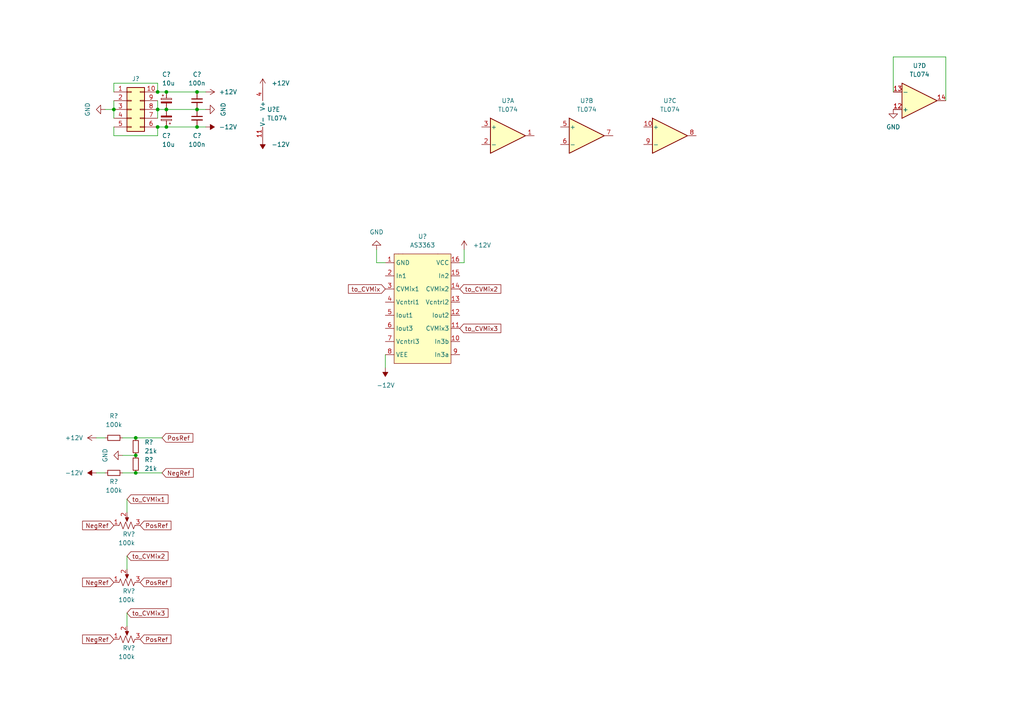
<source format=kicad_sch>
(kicad_sch (version 20211123) (generator eeschema)
  (paper "A4")
  (lib_symbols
    (symbol "Amplifier_Audio:AS3363"
      (property "Reference" "U" (at 0 0 0))
      (property "Value" "AS3363" (at 0 -2.54 0))
      (symbol "AS3363_0_1"
        (rectangle (start -7.62 -3.81) (end 8.89 -35.56) (fill (type background)))
        (rectangle (start -6.35 -3.81) (end -6.35 -3.81))
        (rectangle (start -5.08 -3.81) (end -5.08 -3.81))
        (rectangle (start 5.08 -3.81) (end 5.08 -3.81))
      )
      (symbol "AS3363_1_1"
        (pin input line (at -10.16 -6.35 0) (length 2.54) (name "GND") (number "1"))
        (pin input line (at 11.43 -29.21 180) (length 2.54) (name "In3b") (number "10"))
        (pin input line (at 11.43 -25.4 180) (length 2.54) (name "CVMix3") (number "11"))
        (pin input line (at 11.43 -21.59 180) (length 2.54) (name "Iout2") (number "12"))
        (pin input line (at 11.43 -17.78 180) (length 2.54) (name "Vcntrl2") (number "13"))
        (pin input line (at 11.43 -13.97 180) (length 2.54) (name "CVMix2") (number "14"))
        (pin input line (at 11.43 -10.16 180) (length 2.54) (name "In2") (number "15"))
        (pin input line (at 11.43 -6.35 180) (length 2.54) (name "VCC") (number "16"))
        (pin input line (at -10.16 -10.16 0) (length 2.54) (name "In1") (number "2"))
        (pin input line (at -10.16 -13.97 0) (length 2.54) (name "CVMix1") (number "3"))
        (pin input line (at -10.16 -17.78 0) (length 2.54) (name "Vcntrl1") (number "4"))
        (pin input line (at -10.16 -21.59 0) (length 2.54) (name "Iout1") (number "5"))
        (pin input line (at -10.16 -25.4 0) (length 2.54) (name "Iout3") (number "6"))
        (pin input line (at -10.16 -29.21 0) (length 2.54) (name "Vcntrl3") (number "7"))
        (pin input line (at -10.16 -33.02 0) (length 2.54) (name "VEE") (number "8"))
        (pin input line (at 11.43 -33.02 180) (length 2.54) (name "In3a") (number "9"))
      )
    )
    (symbol "Amplifier_Operational:TL074" (pin_names (offset 0.127))
      (property "Reference" "U" (at 0 5.08 0))
      (property "Value" "TL074" (at 0 -5.08 0))
      (symbol "TL074_1_1"
        (polyline (pts (xy -5.08 5.08) (xy 5.08 0) (xy -5.08 -5.08) (xy -5.08 5.08)) (stroke (width 0.254)) (fill (type background)))
        (pin output line (at 7.62 0 180) (length 2.54) (name "~") (number "1"))
        (pin input line (at -7.62 -2.54 0) (length 2.54) (name "-") (number "2"))
        (pin input line (at -7.62 2.54 0) (length 2.54) (name "+") (number "3"))
      )
      (symbol "TL074_2_1"
        (polyline (pts (xy -5.08 5.08) (xy 5.08 0) (xy -5.08 -5.08) (xy -5.08 5.08)) (stroke (width 0.254)) (fill (type background)))
        (pin input line (at -7.62 2.54 0) (length 2.54) (name "+") (number "5"))
        (pin input line (at -7.62 -2.54 0) (length 2.54) (name "-") (number "6"))
        (pin output line (at 7.62 0 180) (length 2.54) (name "~") (number "7"))
      )
      (symbol "TL074_3_1"
        (polyline (pts (xy -5.08 5.08) (xy 5.08 0) (xy -5.08 -5.08) (xy -5.08 5.08)) (stroke (width 0.254)) (fill (type background)))
        (pin input line (at -7.62 2.54 0) (length 2.54) (name "+") (number "10"))
        (pin output line (at 7.62 0 180) (length 2.54) (name "~") (number "8"))
        (pin input line (at -7.62 -2.54 0) (length 2.54) (name "-") (number "9"))
      )
      (symbol "TL074_4_1"
        (polyline (pts (xy -5.08 5.08) (xy 5.08 0) (xy -5.08 -5.08) (xy -5.08 5.08)) (stroke (width 0.254)) (fill (type background)))
        (pin input line (at -7.62 2.54 0) (length 2.54) (name "+") (number "12"))
        (pin input line (at -7.62 -2.54 0) (length 2.54) (name "-") (number "13"))
        (pin output line (at 7.62 0 180) (length 2.54) (name "~") (number "14"))
      )
      (symbol "TL074_5_1"
        (pin power_in line (at -2.54 -7.62 90) (length 3.81) (name "V-") (number "11"))
        (pin power_in line (at -2.54 7.62 270) (length 3.81) (name "V+") (number "4"))
      )
    )
    (symbol "Connector_Generic:Conn_02x05_Counter_Clockwise" (pin_names (offset 1.016) hide)
      (property "Reference" "J" (at 1.27 7.62 0))
      (property "Value" "Conn_02x05_Counter_Clockwise" (at 1.27 -7.62 0))
      (symbol "Conn_02x05_Counter_Clockwise_1_1"
        (rectangle (start -1.27 -4.953) (end 0 -5.207) (stroke (width 0.1524)))
        (rectangle (start -1.27 -2.413) (end 0 -2.667) (stroke (width 0.1524)))
        (rectangle (start -1.27 0.127) (end 0 -0.127) (stroke (width 0.1524)))
        (rectangle (start -1.27 2.667) (end 0 2.413) (stroke (width 0.1524)))
        (rectangle (start -1.27 5.207) (end 0 4.953) (stroke (width 0.1524)))
        (rectangle (start -1.27 6.35) (end 3.81 -6.35) (stroke (width 0.254)) (fill (type background)))
        (rectangle (start 3.81 -4.953) (end 2.54 -5.207) (stroke (width 0.1524)))
        (rectangle (start 3.81 -2.413) (end 2.54 -2.667) (stroke (width 0.1524)))
        (rectangle (start 3.81 0.127) (end 2.54 -0.127) (stroke (width 0.1524)))
        (rectangle (start 3.81 2.667) (end 2.54 2.413) (stroke (width 0.1524)))
        (rectangle (start 3.81 5.207) (end 2.54 4.953) (stroke (width 0.1524)))
        (pin passive line (at -5.08 5.08 0) (length 3.81) (name "Pin_1") (number "1"))
        (pin passive line (at 7.62 5.08 180) (length 3.81) (name "Pin_10") (number "10"))
        (pin passive line (at -5.08 2.54 0) (length 3.81) (name "Pin_2") (number "2"))
        (pin passive line (at -5.08 0 0) (length 3.81) (name "Pin_3") (number "3"))
        (pin passive line (at -5.08 -2.54 0) (length 3.81) (name "Pin_4") (number "4"))
        (pin passive line (at -5.08 -5.08 0) (length 3.81) (name "Pin_5") (number "5"))
        (pin passive line (at 7.62 -5.08 180) (length 3.81) (name "Pin_6") (number "6"))
        (pin passive line (at 7.62 -2.54 180) (length 3.81) (name "Pin_7") (number "7"))
        (pin passive line (at 7.62 0 180) (length 3.81) (name "Pin_8") (number "8"))
        (pin passive line (at 7.62 2.54 180) (length 3.81) (name "Pin_9") (number "9"))
      )
    )
    (symbol "Device:C_Polarized_Small" (pin_numbers hide) (pin_names (offset 0.254) hide)
      (property "Reference" "C" (at 0.254 1.778 0))
      (property "Value" "C_Polarized_Small" (at 0.254 -2.032 0))
      (symbol "C_Polarized_Small_0_1"
        (rectangle (start -1.524 -0.3048) (end 1.524 -0.6858) (fill (type outline)))
        (rectangle (start -1.524 0.6858) (end 1.524 0.3048))
        (polyline (pts (xy -1.27 1.524) (xy -0.762 1.524)))
        (polyline (pts (xy -1.016 1.27) (xy -1.016 1.778)))
      )
      (symbol "C_Polarized_Small_1_1"
        (pin passive line (at 0 2.54 270) (length 1.8542) (name "~") (number "1"))
        (pin passive line (at 0 -2.54 90) (length 1.8542) (name "~") (number "2"))
      )
    )
    (symbol "Device:C_Small" (pin_numbers hide) (pin_names (offset 0.254) hide)
      (property "Reference" "C" (at 0.254 1.778 0))
      (property "Value" "C_Small" (at 0.254 -2.032 0))
      (symbol "C_Small_0_1"
        (polyline (pts (xy -1.524 -0.508) (xy 1.524 -0.508)) (stroke (width 0.3302)))
        (polyline (pts (xy -1.524 0.508) (xy 1.524 0.508)) (stroke (width 0.3048)))
      )
      (symbol "C_Small_1_1"
        (pin passive line (at 0 2.54 270) (length 2.032) (name "~") (number "1"))
        (pin passive line (at 0 -2.54 90) (length 2.032) (name "~") (number "2"))
      )
    )
    (symbol "Device:R_Potentiometer_US" (pin_names (offset 1.016) hide)
      (property "Reference" "RV" (at -4.445 0 90))
      (property "Value" "R_Potentiometer_US" (at -2.54 0 90))
      (symbol "R_Potentiometer_US_0_1"
        (polyline (pts (xy 0 -2.286) (xy 0 -2.54)))
        (polyline (pts (xy 0 2.54) (xy 0 2.286)))
        (polyline (pts (xy 2.54 0) (xy 1.524 0)))
        (polyline (pts (xy 1.143 0) (xy 2.286 0.508) (xy 2.286 -0.508) (xy 1.143 0)) (fill (type outline)))
        (polyline (pts (xy 0 -0.762) (xy 1.016 -1.143) (xy 0 -1.524) (xy -1.016 -1.905) (xy 0 -2.286)))
        (polyline (pts (xy 0 0.762) (xy 1.016 0.381) (xy 0 0) (xy -1.016 -0.381) (xy 0 -0.762)))
        (polyline (pts (xy 0 2.286) (xy 1.016 1.905) (xy 0 1.524) (xy -1.016 1.143) (xy 0 0.762)))
      )
      (symbol "R_Potentiometer_US_1_1"
        (pin passive line (at 0 3.81 270) (length 1.27) (name "1") (number "1"))
        (pin passive line (at 3.81 0 180) (length 1.27) (name "2") (number "2"))
        (pin passive line (at 0 -3.81 90) (length 1.27) (name "3") (number "3"))
      )
    )
    (symbol "Device:R_Small" (pin_numbers hide) (pin_names (offset 0.254) hide)
      (property "Reference" "R" (at 0.762 0.508 0))
      (property "Value" "R_Small" (at 0.762 -1.016 0))
      (symbol "R_Small_0_1"
        (rectangle (start -0.762 1.778) (end 0.762 -1.778) (stroke (width 0.2032)))
      )
      (symbol "R_Small_1_1"
        (pin passive line (at 0 2.54 270) (length 0.762) (name "~") (number "1"))
        (pin passive line (at 0 -2.54 90) (length 0.762) (name "~") (number "2"))
      )
    )
    (symbol "power:+12V" (power) (pin_names (offset 0))
      (property "Value" "+12V" (at 0 3.556 0))
      (symbol "+12V_0_1"
        (polyline (pts (xy -0.762 1.27) (xy 0 2.54)))
        (polyline (pts (xy 0 0) (xy 0 2.54)))
        (polyline (pts (xy 0 2.54) (xy 0.762 1.27)))
      )
      (symbol "+12V_1_1"
        (pin power_in line (at 0 0 90) (length 0) hide (name "+12V") (number "1"))
      )
    )
    (symbol "power:-12V" (power) (pin_names (offset 0))
      (property "Value" "-12V" (at 0 3.81 0))
      (symbol "-12V_0_0"
        (pin power_in line (at 0 0 90) (length 0) hide (name "-12V") (number "1"))
      )
      (symbol "-12V_0_1"
        (polyline (pts (xy 0 0) (xy 0 1.27) (xy 0.762 1.27) (xy 0 2.54) (xy -0.762 1.27) (xy 0 1.27)) (fill (type outline)))
      )
    )
    (symbol "power:GND" (power) (pin_names (offset 0))
      (property "Value" "GND" (at 0 -3.81 0))
      (symbol "GND_0_1"
        (polyline (pts (xy 0 0) (xy 0 -1.27) (xy 1.27 -1.27) (xy 0 -2.54) (xy -1.27 -1.27) (xy 0 -1.27)))
      )
      (symbol "GND_1_1"
        (pin power_in line (at 0 0 270) (length 0) hide (name "GND") (number "1"))
      )
    )
  )
  (junction (at 57.15 36.83))
  (junction (at 45.72 36.83))
  (junction (at 57.15 26.67))
  (junction (at 57.15 31.75))
  (junction (at 45.72 31.75))
  (junction (at 48.26 36.83))
  (junction (at 45.72 26.67))
  (junction (at 39.37 127))
  (junction (at 39.37 137.16))
  (junction (at 33.02 31.75))
  (junction (at 39.37 132.08))
  (junction (at 48.26 26.67))
  (junction (at 48.26 31.75))
  (wire (pts (xy 33.02 24.13) (xy 45.72 24.13)))
  (wire (pts (xy 33.02 36.83) (xy 33.02 39.37)))
  (wire (pts (xy 45.72 24.13) (xy 45.72 26.67)))
  (wire (pts (xy 48.26 36.83) (xy 45.72 36.83)))
  (wire (pts (xy 109.22 76.2) (xy 111.76 76.2)))
  (wire (pts (xy 274.32 16.51) (xy 274.32 29.21)))
  (wire (pts (xy 45.72 29.21) (xy 45.72 31.75)))
  (wire (pts (xy 45.72 26.67) (xy 48.26 26.67)))
  (wire (pts (xy 134.62 76.2) (xy 133.35 76.2)))
  (wire (pts (xy 59.69 36.83) (xy 57.15 36.83)))
  (wire (pts (xy 35.56 137.16) (xy 39.37 137.16)))
  (wire (pts (xy 27.94 137.16) (xy 30.48 137.16)))
  (wire (pts (xy 35.56 132.08) (xy 39.37 132.08)))
  (wire (pts (xy 57.15 36.83) (xy 48.26 36.83)))
  (wire (pts (xy 259.08 16.51) (xy 274.32 16.51)))
  (wire (pts (xy 57.15 26.67) (xy 59.69 26.67)))
  (wire (pts (xy 27.94 127) (xy 30.48 127)))
  (wire (pts (xy 45.72 31.75) (xy 45.72 34.29)))
  (wire (pts (xy 33.02 31.75) (xy 30.48 31.75)))
  (wire (pts (xy 39.37 127) (xy 46.99 127)))
  (wire (pts (xy 33.02 31.75) (xy 33.02 29.21)))
  (wire (pts (xy 111.76 102.87) (xy 111.76 106.68)))
  (wire (pts (xy 33.02 34.29) (xy 33.02 31.75)))
  (wire (pts (xy 39.37 137.16) (xy 46.99 137.16)))
  (wire (pts (xy 134.62 72.39) (xy 134.62 76.2)))
  (wire (pts (xy 45.72 31.75) (xy 48.26 31.75)))
  (wire (pts (xy 48.26 31.75) (xy 57.15 31.75)))
  (wire (pts (xy 35.56 127) (xy 39.37 127)))
  (wire (pts (xy 36.83 161.29) (xy 36.83 165.1)))
  (wire (pts (xy 109.22 72.39) (xy 109.22 76.2)))
  (wire (pts (xy 33.02 26.67) (xy 33.02 24.13)))
  (wire (pts (xy 57.15 31.75) (xy 59.69 31.75)))
  (wire (pts (xy 45.72 39.37) (xy 45.72 36.83)))
  (wire (pts (xy 48.26 26.67) (xy 57.15 26.67)))
  (wire (pts (xy 36.83 144.78) (xy 36.83 148.59)))
  (wire (pts (xy 33.02 39.37) (xy 45.72 39.37)))
  (wire (pts (xy 36.83 177.8) (xy 36.83 181.61)))
  (wire (pts (xy 259.08 26.67) (xy 259.08 16.51)))
  (global_label "to_CVMix" (shape input) (at 111.76 83.82 180) (property "Intersheet References" "${INTERSHEET_REFS}" (effects hide)))
  (global_label "to_CVMix2" (shape input) (at 133.35 83.82 0) (property "Intersheet References" "${INTERSHEET_REFS}" (effects hide)))
  (global_label "PosRef" (shape input) (at 40.64 168.91 0) (property "Intersheet References" "${INTERSHEET_REFS}" (effects hide)))
  (global_label "NegRef" (shape input) (at 33.02 168.91 180) (property "Intersheet References" "${INTERSHEET_REFS}" (effects hide)))
  (global_label "to_CVMix3" (shape input) (at 36.83 177.8 0) (property "Intersheet References" "${INTERSHEET_REFS}" (effects hide)))
  (global_label "NegRef" (shape input) (at 46.99 137.16 0) (property "Intersheet References" "${INTERSHEET_REFS}" (effects hide)))
  (global_label "NegRef" (shape input) (at 33.02 185.42 180) (property "Intersheet References" "${INTERSHEET_REFS}" (effects hide)))
  (global_label "NegRef" (shape input) (at 33.02 152.4 180) (property "Intersheet References" "${INTERSHEET_REFS}" (effects hide)))
  (global_label "PosRef" (shape input) (at 40.64 152.4 0) (property "Intersheet References" "${INTERSHEET_REFS}" (effects hide)))
  (global_label "to_CVMix2" (shape input) (at 36.83 161.29 0) (property "Intersheet References" "${INTERSHEET_REFS}" (effects hide)))
  (global_label "PosRef" (shape input) (at 40.64 185.42 0) (property "Intersheet References" "${INTERSHEET_REFS}" (effects hide)))
  (global_label "to_CVMix1" (shape input) (at 36.83 144.78 0) (property "Intersheet References" "${INTERSHEET_REFS}" (effects hide)))
  (global_label "PosRef" (shape input) (at 46.99 127 0) (property "Intersheet References" "${INTERSHEET_REFS}" (effects hide)))
  (global_label "to_CVMix3" (shape input) (at 133.35 95.25 0) (property "Intersheet References" "${INTERSHEET_REFS}" (effects hide)))
  (symbol (lib_id "power:GND") (at 109.22 72.39 180) (unit 1)
    (property "Reference" "#PWR?" (effects hide))
    (property "Value" "GND" (at 109.22 67.31 0))
  )
  (symbol (lib_id "Device:R_Small") (at 33.02 127 90) (unit 1)
    (property "Reference" "R?" (at 33.02 120.65 90))
    (property "Value" "100k" (at 33.02 123.19 90))
  )
  (symbol (lib_id "power:-12V") (at 76.2 40.64 180) (unit 1)
    (property "Reference" "#PWR?" (effects hide))
    (property "Value" "-12V" (at 78.74 41.9099 0) (effects (justify right)))
  )
  (symbol (lib_id "power:-12V") (at 59.69 36.83 270) (unit 1)
    (property "Reference" "#PWR?" (effects hide))
    (property "Value" "-12V" (at 63.5 36.8299 90) (effects (justify left)))
  )
  (symbol (lib_id "power:+12V") (at 59.69 26.67 270) (unit 1)
    (property "Reference" "#PWR?" (effects hide))
    (property "Value" "+12V" (at 63.5 26.6699 90) (effects (justify left)))
  )
  (symbol (lib_id "power:-12V") (at 27.94 137.16 90) (unit 1)
    (property "Reference" "#PWR?" (effects hide))
    (property "Value" "-12V" (at 24.13 137.1601 90) (effects (justify left)))
  )
  (symbol (lib_id "Connector_Generic:Conn_02x05_Counter_Clockwise") (at 38.1 31.75 0) (unit 1)
    (property "Reference" "J?" (at 39.37 22.86 0))
    (property "Value" "Conn_02x05_Counter_Clockwise" (effects hide))
  )
  (symbol (lib_id "Device:C_Polarized_Small") (at 48.26 29.21 0) (unit 1)
    (property "Reference" "C?" (at 46.99 21.59 0) (effects (justify left)))
    (property "Value" "10u" (at 46.99 24.13 0) (effects (justify left)))
  )
  (symbol (lib_id "Device:C_Small") (at 57.15 29.21 0) (unit 1)
    (property "Reference" "C?" (at 55.88 21.59 0) (effects (justify left)))
    (property "Value" "100n" (at 54.61 24.13 0) (effects (justify left)))
  )
  (symbol (lib_id "Device:R_Small") (at 39.37 134.62 0) (unit 1)
    (property "Reference" "R?" (at 41.91 133.3499 0) (effects (justify left)))
    (property "Value" "21k" (at 41.91 135.8899 0) (effects (justify left)))
  )
  (symbol (lib_id "power:GND") (at 30.48 31.75 270) (unit 1)
    (property "Reference" "#PWR?" (effects hide))
    (property "Value" "GND" (at 25.4 31.75 0))
  )
  (symbol (lib_id "Device:C_Small") (at 57.15 34.29 0) (unit 1)
    (property "Reference" "C?" (at 55.88 39.37 0) (effects (justify left)))
    (property "Value" "100n" (at 54.61 41.91 0) (effects (justify left)))
  )
  (symbol (lib_id "Device:R_Potentiometer_US") (at 36.83 185.42 90) (unit 1)
    (property "Reference" "RV?" (at 35.5599 187.96 90) (effects (justify right)))
    (property "Value" "100k" (at 34.29 190.5 90) (effects (justify right)))
  )
  (symbol (lib_id "power:GND") (at 59.69 31.75 90) (unit 1)
    (property "Reference" "#PWR?" (effects hide))
    (property "Value" "GND" (at 64.77 31.75 0))
  )
  (symbol (lib_id "Device:R_Potentiometer_US") (at 36.83 168.91 90) (unit 1)
    (property "Reference" "RV?" (at 35.5599 171.45 90) (effects (justify right)))
    (property "Value" "100k" (at 34.29 173.99 90) (effects (justify right)))
  )
  (symbol (lib_id "Device:R_Potentiometer_US") (at 36.83 152.4 90) (unit 1)
    (property "Reference" "RV?" (at 35.5599 154.94 90) (effects (justify right)))
    (property "Value" "100k" (at 34.29 157.48 90) (effects (justify right)))
  )
  (symbol (lib_id "Device:R_Small") (at 39.37 129.54 0) (unit 1)
    (property "Reference" "R?" (at 41.91 128.2699 0) (effects (justify left)))
    (property "Value" "21k" (at 41.91 130.8099 0) (effects (justify left)))
  )
  (symbol (lib_id "power:+12V") (at 134.62 72.39 0) (unit 1)
    (property "Reference" "#PWR?" (effects hide))
    (property "Value" "+12V" (at 137.16 71.1199 0) (effects (justify left)))
  )
  (symbol (lib_id "Amplifier_Audio:AS3363") (at 121.92 69.85 0) (unit 1)
    (property "Reference" "U?" (at 122.555 68.58 0))
    (property "Value" "AS3363" (at 122.555 71.12 0))
  )
  (symbol (lib_id "Amplifier_Operational:TL074") (at 170.18 39.37 0) (unit 2)
    (property "Reference" "U?" (at 170.18 29.21 0))
    (property "Value" "TL074" (at 170.18 31.75 0))
    (property "Datasheet" "http://www.ti.com/lit/ds/symlink/tl071.pdf" (effects hide))
  )
  (symbol (lib_id "Amplifier_Operational:TL074") (at 194.31 39.37 0) (unit 3)
    (property "Reference" "U?" (at 194.31 29.21 0))
    (property "Value" "TL074" (at 194.31 31.75 0))
    (property "Datasheet" "http://www.ti.com/lit/ds/symlink/tl071.pdf" (effects hide))
  )
  (symbol (lib_id "power:+12V") (at 76.2 25.4 0) (unit 1)
    (property "Reference" "#PWR?" (effects hide))
    (property "Value" "+12V" (at 78.74 24.1299 0) (effects (justify left)))
  )
  (symbol (lib_id "Device:R_Small") (at 33.02 137.16 270) (unit 1)
    (property "Reference" "R?" (at 33.02 139.7 90))
    (property "Value" "100k" (at 33.02 142.24 90))
  )
  (symbol (lib_id "power:GND") (at 259.08 31.75 0) (unit 1)
    (property "Reference" "#PWR?" (effects hide))
    (property "Value" "GND" (at 259.08 36.83 0))
  )
  (symbol (lib_id "power:GND") (at 35.56 132.08 270) (unit 1)
    (property "Reference" "#PWR?" (effects hide))
    (property "Value" "GND" (at 30.48 132.08 0))
  )
  (symbol (lib_id "Amplifier_Operational:TL074") (at 266.7 29.21 0) (mirror x) (unit 4)
    (property "Reference" "U?" (at 266.7 19.05 0))
    (property "Value" "TL074" (at 266.7 21.59 0))
    (property "Datasheet" "http://www.ti.com/lit/ds/symlink/tl071.pdf" (effects hide))
  )
  (symbol (lib_id "Amplifier_Operational:TL074") (at 147.32 39.37 0) (unit 1)
    (property "Reference" "U?" (at 147.32 29.21 0))
    (property "Value" "TL074" (at 147.32 31.75 0))
    (property "Datasheet" "http://www.ti.com/lit/ds/symlink/tl071.pdf" (effects hide))
  )
  (symbol (lib_id "Device:C_Polarized_Small") (at 48.26 34.29 180) (unit 1)
    (property "Reference" "C?" (at 46.99 39.37 0) (effects (justify right)))
    (property "Value" "10u" (at 46.99 41.91 0) (effects (justify right)))
  )
  (symbol (lib_id "power:-12V") (at 111.76 106.68 180) (unit 1)
    (property "Reference" "#PWR?" (effects hide))
    (property "Value" "-12V" (at 109.22 111.76 0) (effects (justify right)))
  )
  (symbol (lib_id "Amplifier_Operational:TL074") (at 78.74 33.02 0) (unit 5)
    (property "Reference" "U?" (at 77.47 31.7499 0) (effects (justify left)))
    (property "Value" "TL074" (at 77.47 34.2899 0) (effects (justify left)))
    (property "Datasheet" "http://www.ti.com/lit/ds/symlink/tl071.pdf" (effects hide))
  )
  (symbol (lib_id "power:+12V") (at 27.94 127 90) (unit 1)
    (property "Reference" "#PWR?" (effects hide))
    (property "Value" "+12V" (at 24.13 127.0001 90) (effects (justify left)))
  )
)
</source>
